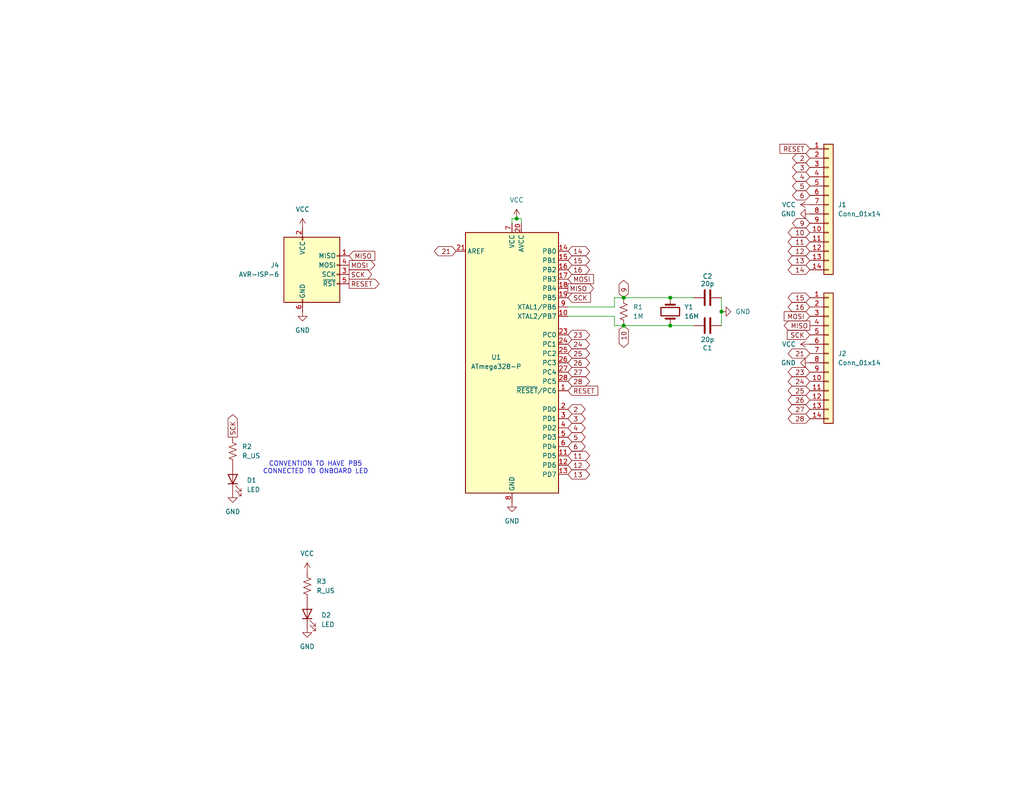
<source format=kicad_sch>
(kicad_sch (version 20231120) (generator "eeschema") (generator_version "8.0")
  (paper "USLetter")
  (title_block (title "AtMega328 protoboard") (date "2024-04-02") (rev "A") (company "University of Wisconsin-Madison") (comment 1 "Department of Chemistry") (comment 2 "Blaise Thompson") (comment 3 "blaise.thompson@wisc.edu"))
  (lib_symbols
    (symbol "Connector:AVR-ISP-6" (pin_names (offset 1.016))
      (property "Reference" "J" (at -6.35 11.43 0))
      (property "Value" "AVR-ISP-6" (at 0 11.43 0))
      (symbol "AVR-ISP-6_0_1"
        (rectangle (start -2.667 -6.858) (end -2.413 -7.62))
        (rectangle (start -2.667 10.16) (end -2.413 9.398))
        (rectangle (start 7.62 -2.413) (end 6.858 -2.667))
        (rectangle (start 7.62 0.127) (end 6.858 -0.127))
        (rectangle (start 7.62 2.667) (end 6.858 2.413))
        (rectangle (start 7.62 5.207) (end 6.858 4.953))
        (rectangle (start 7.62 10.16) (end -7.62 -7.62) (stroke (width 0.254)) (fill (type background)))
      )
      (symbol "AVR-ISP-6_1_1"
        (pin passive line (at 10.16 5.08 180) (length 2.54) (name "MISO") (number "1"))
        (pin passive line (at -2.54 12.7 270) (length 2.54) (name "VCC") (number "2"))
        (pin passive line (at 10.16 0 180) (length 2.54) (name "SCK") (number "3"))
        (pin passive line (at 10.16 2.54 180) (length 2.54) (name "MOSI") (number "4"))
        (pin passive line (at 10.16 -2.54 180) (length 2.54) (name "~{RST}") (number "5"))
        (pin passive line (at -2.54 -10.16 90) (length 2.54) (name "GND") (number "6"))
      )
    )
    (symbol "Connector_Generic:Conn_01x14" (pin_names (offset 1.016) hide)
      (property "Reference" "J" (at 0 17.78 0))
      (property "Value" "Conn_01x14" (at 0 -20.32 0))
      (symbol "Conn_01x14_1_1"
        (rectangle (start -1.27 -17.653) (end 0 -17.907) (stroke (width 0.1524)))
        (rectangle (start -1.27 -15.113) (end 0 -15.367) (stroke (width 0.1524)))
        (rectangle (start -1.27 -12.573) (end 0 -12.827) (stroke (width 0.1524)))
        (rectangle (start -1.27 -10.033) (end 0 -10.287) (stroke (width 0.1524)))
        (rectangle (start -1.27 -7.493) (end 0 -7.747) (stroke (width 0.1524)))
        (rectangle (start -1.27 -4.953) (end 0 -5.207) (stroke (width 0.1524)))
        (rectangle (start -1.27 -2.413) (end 0 -2.667) (stroke (width 0.1524)))
        (rectangle (start -1.27 0.127) (end 0 -0.127) (stroke (width 0.1524)))
        (rectangle (start -1.27 2.667) (end 0 2.413) (stroke (width 0.1524)))
        (rectangle (start -1.27 5.207) (end 0 4.953) (stroke (width 0.1524)))
        (rectangle (start -1.27 7.747) (end 0 7.493) (stroke (width 0.1524)))
        (rectangle (start -1.27 10.287) (end 0 10.033) (stroke (width 0.1524)))
        (rectangle (start -1.27 12.827) (end 0 12.573) (stroke (width 0.1524)))
        (rectangle (start -1.27 15.367) (end 0 15.113) (stroke (width 0.1524)))
        (rectangle (start -1.27 16.51) (end 1.27 -19.05) (stroke (width 0.254)) (fill (type background)))
        (pin passive line (at -5.08 15.24 0) (length 3.81) (name "Pin_1") (number "1"))
        (pin passive line (at -5.08 -7.62 0) (length 3.81) (name "Pin_10") (number "10"))
        (pin passive line (at -5.08 -10.16 0) (length 3.81) (name "Pin_11") (number "11"))
        (pin passive line (at -5.08 -12.7 0) (length 3.81) (name "Pin_12") (number "12"))
        (pin passive line (at -5.08 -15.24 0) (length 3.81) (name "Pin_13") (number "13"))
        (pin passive line (at -5.08 -17.78 0) (length 3.81) (name "Pin_14") (number "14"))
        (pin passive line (at -5.08 12.7 0) (length 3.81) (name "Pin_2") (number "2"))
        (pin passive line (at -5.08 10.16 0) (length 3.81) (name "Pin_3") (number "3"))
        (pin passive line (at -5.08 7.62 0) (length 3.81) (name "Pin_4") (number "4"))
        (pin passive line (at -5.08 5.08 0) (length 3.81) (name "Pin_5") (number "5"))
        (pin passive line (at -5.08 2.54 0) (length 3.81) (name "Pin_6") (number "6"))
        (pin passive line (at -5.08 0 0) (length 3.81) (name "Pin_7") (number "7"))
        (pin passive line (at -5.08 -2.54 0) (length 3.81) (name "Pin_8") (number "8"))
        (pin passive line (at -5.08 -5.08 0) (length 3.81) (name "Pin_9") (number "9"))
      )
    )
    (symbol "Device:C" (pin_numbers hide) (pin_names (offset 0.254))
      (property "Reference" "C" (at 0.635 2.54 0))
      (property "Value" "C" (at 0.635 -2.54 0))
      (symbol "C_0_1"
        (polyline (pts (xy -2.032 -0.762) (xy 2.032 -0.762)) (stroke (width 0.508)))
        (polyline (pts (xy -2.032 0.762) (xy 2.032 0.762)) (stroke (width 0.508)))
      )
      (symbol "C_1_1"
        (pin passive line (at 0 3.81 270) (length 2.794) (name "~") (number "1"))
        (pin passive line (at 0 -3.81 90) (length 2.794) (name "~") (number "2"))
      )
    )
    (symbol "Device:Crystal" (pin_numbers hide) (pin_names (offset 1.016) hide)
      (property "Reference" "Y" (at 0 3.81 0))
      (property "Value" "Crystal" (at 0 -3.81 0))
      (symbol "Crystal_0_1"
        (rectangle (start -1.143 2.54) (end 1.143 -2.54) (stroke (width 0.3048)))
        (polyline (pts (xy -2.54 0) (xy -1.905 0)))
        (polyline (pts (xy -1.905 -1.27) (xy -1.905 1.27)) (stroke (width 0.508)))
        (polyline (pts (xy 1.905 -1.27) (xy 1.905 1.27)) (stroke (width 0.508)))
        (polyline (pts (xy 2.54 0) (xy 1.905 0)))
      )
      (symbol "Crystal_1_1"
        (pin passive line (at -3.81 0 0) (length 1.27) (name "1") (number "1"))
        (pin passive line (at 3.81 0 180) (length 1.27) (name "2") (number "2"))
      )
    )
    (symbol "Device:LED" (pin_numbers hide) (pin_names (offset 1.016) hide)
      (property "Reference" "D" (at 0 2.54 0))
      (property "Value" "LED" (at 0 -2.54 0))
      (symbol "LED_0_1"
        (polyline (pts (xy -1.27 -1.27) (xy -1.27 1.27)) (stroke (width 0.254)))
        (polyline (pts (xy -1.27 0) (xy 1.27 0)))
        (polyline (pts (xy 1.27 -1.27) (xy 1.27 1.27) (xy -1.27 0) (xy 1.27 -1.27)) (stroke (width 0.254)))
        (polyline (pts (xy -3.048 -0.762) (xy -4.572 -2.286) (xy -3.81 -2.286) (xy -4.572 -2.286) (xy -4.572 -1.524)))
        (polyline (pts (xy -1.778 -0.762) (xy -3.302 -2.286) (xy -2.54 -2.286) (xy -3.302 -2.286) (xy -3.302 -1.524)))
      )
      (symbol "LED_1_1"
        (pin passive line (at -3.81 0 0) (length 2.54) (name "K") (number "1"))
        (pin passive line (at 3.81 0 180) (length 2.54) (name "A") (number "2"))
      )
    )
    (symbol "Device:R_US" (pin_numbers hide) (pin_names (offset 0))
      (property "Reference" "R" (at 2.54 0 90))
      (property "Value" "R_US" (at -2.54 0 90))
      (symbol "R_US_0_1"
        (polyline (pts (xy 0 -2.286) (xy 0 -2.54)))
        (polyline (pts (xy 0 2.286) (xy 0 2.54)))
        (polyline (pts (xy 0 -0.762) (xy 1.016 -1.143) (xy 0 -1.524) (xy -1.016 -1.905) (xy 0 -2.286)))
        (polyline (pts (xy 0 0.762) (xy 1.016 0.381) (xy 0 0) (xy -1.016 -0.381) (xy 0 -0.762)))
        (polyline (pts (xy 0 2.286) (xy 1.016 1.905) (xy 0 1.524) (xy -1.016 1.143) (xy 0 0.762)))
      )
      (symbol "R_US_1_1"
        (pin passive line (at 0 3.81 270) (length 1.27) (name "~") (number "1"))
        (pin passive line (at 0 -3.81 90) (length 1.27) (name "~") (number "2"))
      )
    )
    (symbol "MCU_Microchip_ATmega:ATmega328-P"
      (property "Reference" "U" (at -12.7 36.83 0))
      (property "Value" "ATmega328-P" (at 2.54 -36.83 0))
      (symbol "ATmega328-P_0_1"
        (rectangle (start -12.7 -35.56) (end 12.7 35.56) (stroke (width 0.254)) (fill (type background)))
      )
      (symbol "ATmega328-P_1_1"
        (pin bidirectional line (at 15.24 -7.62 180) (length 2.54) (name "~{RESET}/PC6") (number "1"))
        (pin bidirectional line (at 15.24 12.7 180) (length 2.54) (name "XTAL2/PB7") (number "10"))
        (pin bidirectional line (at 15.24 -25.4 180) (length 2.54) (name "PD5") (number "11"))
        (pin bidirectional line (at 15.24 -27.94 180) (length 2.54) (name "PD6") (number "12"))
        (pin bidirectional line (at 15.24 -30.48 180) (length 2.54) (name "PD7") (number "13"))
        (pin bidirectional line (at 15.24 30.48 180) (length 2.54) (name "PB0") (number "14"))
        (pin bidirectional line (at 15.24 27.94 180) (length 2.54) (name "PB1") (number "15"))
        (pin bidirectional line (at 15.24 25.4 180) (length 2.54) (name "PB2") (number "16"))
        (pin bidirectional line (at 15.24 22.86 180) (length 2.54) (name "PB3") (number "17"))
        (pin bidirectional line (at 15.24 20.32 180) (length 2.54) (name "PB4") (number "18"))
        (pin bidirectional line (at 15.24 17.78 180) (length 2.54) (name "PB5") (number "19"))
        (pin bidirectional line (at 15.24 -12.7 180) (length 2.54) (name "PD0") (number "2"))
        (pin power_in line (at 2.54 38.1 270) (length 2.54) (name "AVCC") (number "20"))
        (pin passive line (at -15.24 30.48 0) (length 2.54) (name "AREF") (number "21"))
        (pin passive line (at 0 -38.1 90) (length 2.54) hide (name "GND") (number "22"))
        (pin bidirectional line (at 15.24 7.62 180) (length 2.54) (name "PC0") (number "23"))
        (pin bidirectional line (at 15.24 5.08 180) (length 2.54) (name "PC1") (number "24"))
        (pin bidirectional line (at 15.24 2.54 180) (length 2.54) (name "PC2") (number "25"))
        (pin bidirectional line (at 15.24 0 180) (length 2.54) (name "PC3") (number "26"))
        (pin bidirectional line (at 15.24 -2.54 180) (length 2.54) (name "PC4") (number "27"))
        (pin bidirectional line (at 15.24 -5.08 180) (length 2.54) (name "PC5") (number "28"))
        (pin bidirectional line (at 15.24 -15.24 180) (length 2.54) (name "PD1") (number "3"))
        (pin bidirectional line (at 15.24 -17.78 180) (length 2.54) (name "PD2") (number "4"))
        (pin bidirectional line (at 15.24 -20.32 180) (length 2.54) (name "PD3") (number "5"))
        (pin bidirectional line (at 15.24 -22.86 180) (length 2.54) (name "PD4") (number "6"))
        (pin power_in line (at 0 38.1 270) (length 2.54) (name "VCC") (number "7"))
        (pin power_in line (at 0 -38.1 90) (length 2.54) (name "GND") (number "8"))
        (pin bidirectional line (at 15.24 15.24 180) (length 2.54) (name "XTAL1/PB6") (number "9"))
      )
    )
    (symbol "power:GND" (power) (pin_numbers hide) (pin_names (offset 0) hide)
      (property "Value" "GND" (at 0 -3.81 0))
      (symbol "GND_0_1"
        (polyline (pts (xy 0 0) (xy 0 -1.27) (xy 1.27 -1.27) (xy 0 -2.54) (xy -1.27 -1.27) (xy 0 -1.27)))
      )
      (symbol "GND_1_1"
        (pin power_in line (at 0 0 270) (length 0) (name "~") (number "1"))
      )
    )
    (symbol "power:VCC" (power) (pin_numbers hide) (pin_names (offset 0) hide)
      (property "Value" "VCC" (at 0 3.556 0))
      (symbol "VCC_0_1"
        (polyline (pts (xy -0.762 1.27) (xy 0 2.54)))
        (polyline (pts (xy 0 0) (xy 0 2.54)))
        (polyline (pts (xy 0 2.54) (xy 0.762 1.27)))
      )
      (symbol "VCC_1_1"
        (pin power_in line (at 0 0 90) (length 0) (name "~") (number "1"))
      )
    )
  )
  (junction (at 196.85 85.09))
  (junction (at 140.97 59.69))
  (junction (at 182.88 81.28))
  (junction (at 170.18 81.28))
  (junction (at 170.18 88.9))
  (junction (at 182.88 88.9))
  (wire (pts (xy 140.97 59.69) (xy 139.7 59.69)))
  (wire (pts (xy 154.94 86.36) (xy 167.64 86.36)))
  (wire (pts (xy 142.24 59.69) (xy 140.97 59.69)))
  (wire (pts (xy 167.64 81.28) (xy 170.18 81.28)))
  (wire (pts (xy 170.18 88.9) (xy 182.88 88.9)))
  (wire (pts (xy 182.88 88.9) (xy 189.23 88.9)))
  (wire (pts (xy 167.64 83.82) (xy 167.64 81.28)))
  (wire (pts (xy 182.88 81.28) (xy 189.23 81.28)))
  (wire (pts (xy 196.85 85.09) (xy 196.85 88.9)))
  (wire (pts (xy 139.7 59.69) (xy 139.7 60.96)))
  (wire (pts (xy 154.94 83.82) (xy 167.64 83.82)))
  (wire (pts (xy 170.18 81.28) (xy 182.88 81.28)))
  (wire (pts (xy 196.85 81.28) (xy 196.85 85.09)))
  (wire (pts (xy 167.64 88.9) (xy 170.18 88.9)))
  (wire (pts (xy 167.64 86.36) (xy 167.64 88.9)))
  (wire (pts (xy 142.24 60.96) (xy 142.24 59.69)))
  (text "CONVENTION TO HAVE PB5\nCONNECTED TO ONBOARD LED" (at 86.106 127.762 0) (effects (font (size 1.27 1.27))))
  (global_label "15" (shape bidirectional) (at 220.98 81.28 180) (property "Intersheetrefs" "${INTERSHEET_REFS}" (effects (hide yes))))
  (global_label "13" (shape bidirectional) (at 154.94 129.54 0) (property "Intersheetrefs" "${INTERSHEET_REFS}" (effects (hide yes))))
  (global_label "SCK" (shape input) (at 220.98 91.44 180) (property "Intersheetrefs" "${INTERSHEET_REFS}" (effects (hide yes))))
  (global_label "RESET" (shape input) (at 154.94 106.68 0) (property "Intersheetrefs" "${INTERSHEET_REFS}" (effects (hide yes))))
  (global_label "23" (shape bidirectional) (at 154.94 91.44 0) (property "Intersheetrefs" "${INTERSHEET_REFS}" (effects (hide yes))))
  (global_label "5" (shape bidirectional) (at 220.98 50.8 180) (property "Intersheetrefs" "${INTERSHEET_REFS}" (effects (hide yes))))
  (global_label "MOSI" (shape input) (at 220.98 86.36 180) (property "Intersheetrefs" "${INTERSHEET_REFS}" (effects (hide yes))))
  (global_label "24" (shape bidirectional) (at 154.94 93.98 0) (property "Intersheetrefs" "${INTERSHEET_REFS}" (effects (hide yes))))
  (global_label "12" (shape bidirectional) (at 220.98 68.58 180) (property "Intersheetrefs" "${INTERSHEET_REFS}" (effects (hide yes))))
  (global_label "2" (shape bidirectional) (at 154.94 111.76 0) (property "Intersheetrefs" "${INTERSHEET_REFS}" (effects (hide yes))))
  (global_label "MOSI" (shape input) (at 154.94 76.2 0) (property "Intersheetrefs" "${INTERSHEET_REFS}" (effects (hide yes))))
  (global_label "4" (shape bidirectional) (at 220.98 48.26 180) (property "Intersheetrefs" "${INTERSHEET_REFS}" (effects (hide yes))))
  (global_label "RESET" (shape input) (at 220.98 40.64 180) (property "Intersheetrefs" "${INTERSHEET_REFS}" (effects (hide yes))))
  (global_label "5" (shape bidirectional) (at 154.94 119.38 0) (property "Intersheetrefs" "${INTERSHEET_REFS}" (effects (hide yes))))
  (global_label "26" (shape bidirectional) (at 220.98 109.22 180) (property "Intersheetrefs" "${INTERSHEET_REFS}" (effects (hide yes))))
  (global_label "10" (shape bidirectional) (at 170.18 88.9 270) (property "Intersheetrefs" "${INTERSHEET_REFS}" (effects (hide yes))))
  (global_label "12" (shape bidirectional) (at 154.94 127 0) (property "Intersheetrefs" "${INTERSHEET_REFS}" (effects (hide yes))))
  (global_label "MOSI" (shape output) (at 95.25 72.39 0) (property "Intersheetrefs" "${INTERSHEET_REFS}" (effects (hide yes))))
  (global_label "6" (shape bidirectional) (at 220.98 53.34 180) (property "Intersheetrefs" "${INTERSHEET_REFS}" (effects (hide yes))))
  (global_label "11" (shape bidirectional) (at 154.94 124.46 0) (property "Intersheetrefs" "${INTERSHEET_REFS}" (effects (hide yes))))
  (global_label "11" (shape bidirectional) (at 220.98 66.04 180) (property "Intersheetrefs" "${INTERSHEET_REFS}" (effects (hide yes))))
  (global_label "MISO" (shape input) (at 95.25 69.85 0) (property "Intersheetrefs" "${INTERSHEET_REFS}" (effects (hide yes))))
  (global_label "26" (shape bidirectional) (at 154.94 99.06 0) (property "Intersheetrefs" "${INTERSHEET_REFS}" (effects (hide yes))))
  (global_label "27" (shape bidirectional) (at 220.98 111.76 180) (property "Intersheetrefs" "${INTERSHEET_REFS}" (effects (hide yes))))
  (global_label "28" (shape bidirectional) (at 154.94 104.14 0) (property "Intersheetrefs" "${INTERSHEET_REFS}" (effects (hide yes))))
  (global_label "16" (shape bidirectional) (at 154.94 73.66 0) (property "Intersheetrefs" "${INTERSHEET_REFS}" (effects (hide yes))))
  (global_label "3" (shape bidirectional) (at 154.94 114.3 0) (property "Intersheetrefs" "${INTERSHEET_REFS}" (effects (hide yes))))
  (global_label "9" (shape bidirectional) (at 170.18 81.28 90) (property "Intersheetrefs" "${INTERSHEET_REFS}" (effects (hide yes))))
  (global_label "2" (shape bidirectional) (at 220.98 43.18 180) (property "Intersheetrefs" "${INTERSHEET_REFS}" (effects (hide yes))))
  (global_label "16" (shape bidirectional) (at 220.98 83.82 180) (property "Intersheetrefs" "${INTERSHEET_REFS}" (effects (hide yes))))
  (global_label "3" (shape bidirectional) (at 220.98 45.72 180) (property "Intersheetrefs" "${INTERSHEET_REFS}" (effects (hide yes))))
  (global_label "13" (shape bidirectional) (at 220.98 71.12 180) (property "Intersheetrefs" "${INTERSHEET_REFS}" (effects (hide yes))))
  (global_label "28" (shape bidirectional) (at 220.98 114.3 180) (property "Intersheetrefs" "${INTERSHEET_REFS}" (effects (hide yes))))
  (global_label "27" (shape bidirectional) (at 154.94 101.6 0) (property "Intersheetrefs" "${INTERSHEET_REFS}" (effects (hide yes))))
  (global_label "MISO" (shape output) (at 154.94 78.74 0) (property "Intersheetrefs" "${INTERSHEET_REFS}" (effects (hide yes))))
  (global_label "6" (shape bidirectional) (at 154.94 121.92 0) (property "Intersheetrefs" "${INTERSHEET_REFS}" (effects (hide yes))))
  (global_label "21" (shape bidirectional) (at 124.46 68.58 180) (property "Intersheetrefs" "${INTERSHEET_REFS}" (effects (hide yes))))
  (global_label "25" (shape bidirectional) (at 154.94 96.52 0) (property "Intersheetrefs" "${INTERSHEET_REFS}" (effects (hide yes))))
  (global_label "14" (shape bidirectional) (at 220.98 73.66 180) (property "Intersheetrefs" "${INTERSHEET_REFS}" (effects (hide yes))))
  (global_label "4" (shape bidirectional) (at 154.94 116.84 0) (property "Intersheetrefs" "${INTERSHEET_REFS}" (effects (hide yes))))
  (global_label "SCK" (shape output) (at 63.5 119.38 90) (property "Intersheetrefs" "${INTERSHEET_REFS}" (effects (hide yes))))
  (global_label "MISO" (shape output) (at 220.98 88.9 180) (property "Intersheetrefs" "${INTERSHEET_REFS}" (effects (hide yes))))
  (global_label "24" (shape bidirectional) (at 220.98 104.14 180) (property "Intersheetrefs" "${INTERSHEET_REFS}" (effects (hide yes))))
  (global_label "SCK" (shape input) (at 154.94 81.28 0) (property "Intersheetrefs" "${INTERSHEET_REFS}" (effects (hide yes))))
  (global_label "23" (shape bidirectional) (at 220.98 101.6 180) (property "Intersheetrefs" "${INTERSHEET_REFS}" (effects (hide yes))))
  (global_label "15" (shape bidirectional) (at 154.94 71.12 0) (property "Intersheetrefs" "${INTERSHEET_REFS}" (effects (hide yes))))
  (global_label "10" (shape bidirectional) (at 220.98 63.5 180) (property "Intersheetrefs" "${INTERSHEET_REFS}" (effects (hide yes))))
  (global_label "9" (shape bidirectional) (at 220.98 60.96 180) (property "Intersheetrefs" "${INTERSHEET_REFS}" (effects (hide yes))))
  (global_label "RESET" (shape output) (at 95.25 77.47 0) (property "Intersheetrefs" "${INTERSHEET_REFS}" (effects (hide yes))))
  (global_label "21" (shape bidirectional) (at 220.98 96.52 180) (property "Intersheetrefs" "${INTERSHEET_REFS}" (effects (hide yes))))
  (global_label "25" (shape bidirectional) (at 220.98 106.68 180) (property "Intersheetrefs" "${INTERSHEET_REFS}" (effects (hide yes))))
  (global_label "SCK" (shape output) (at 95.25 74.93 0) (property "Intersheetrefs" "${INTERSHEET_REFS}" (effects (hide yes))))
  (global_label "14" (shape bidirectional) (at 154.94 68.58 0) (property "Intersheetrefs" "${INTERSHEET_REFS}" (effects (hide yes))))
  (symbol (lib_id "Connector:AVR-ISP-6") (at 85.09 74.93 0) (unit 1)
    (property "Reference" "J4" (at 76.2 72.3899 0) (effects (justify right)))
    (property "Value" "AVR-ISP-6" (at 76.2 74.9299 0) (effects (justify right)))
    (property "Footprint" "Connector_PinHeader_2.54mm:PinHeader_2x03_P2.54mm_Vertical" (effects (hide yes)))
    (property "Datasheet" " ~" (effects (hide yes)))
    (property "Description" "Atmel 6-pin ISP connector" (effects (hide yes)))
  )
  (symbol (lib_id "power:VCC") (at 220.98 93.98 90) (unit 1)
    (property "Reference" "#PWR04" (effects (hide yes)))
    (property "Value" "VCC" (at 217.17 93.9799 90) (effects (justify left)))
    (property "Description" "Power symbol creates a global label with name \"VCC\"" (effects (hide yes)))
  )
  (symbol (lib_id "power:GND") (at 63.5 134.62 0) (unit 1)
    (property "Reference" "#PWR01" (effects (hide yes)))
    (property "Value" "GND" (at 63.5 139.7 0))
    (property "Description" "Power symbol creates a global label with name \"GND\" , ground" (effects (hide yes)))
  )
  (symbol (lib_id "Connector_Generic:Conn_01x14") (at 226.06 55.88 0) (unit 1)
    (property "Reference" "J1" (at 228.6 55.8799 0) (effects (justify left)))
    (property "Value" "Conn_01x14" (at 228.6 58.4199 0) (effects (justify left)))
    (property "Footprint" "Connector_PinHeader_2.54mm:PinHeader_1x14_P2.54mm_Vertical" (effects (hide yes)))
    (property "Description" "Generic connector, single row, 01x14, script generated (kicad-library-utils/schlib/autogen/connector/)" (effects (hide yes)))
  )
  (symbol (lib_id "Device:C") (at 193.04 81.28 90) (unit 1)
    (property "Reference" "C2" (at 193.04 75.438 90))
    (property "Value" "20p" (at 193.04 77.47 90))
    (property "Footprint" "Capacitor_SMD:C_1206_3216Metric_Pad1.33x1.80mm_HandSolder" (effects (hide yes)))
    (property "Description" "Unpolarized capacitor" (effects (hide yes)))
  )
  (symbol (lib_id "Device:C") (at 193.04 88.9 270) (mirror x) (unit 1)
    (property "Reference" "C1" (at 193.04 94.996 90))
    (property "Value" "20p" (at 193.04 92.71 90))
    (property "Footprint" "Capacitor_SMD:C_1206_3216Metric_Pad1.33x1.80mm_HandSolder" (effects (hide yes)))
    (property "Description" "Unpolarized capacitor" (effects (hide yes)))
  )
  (symbol (lib_id "Device:R_US") (at 63.5 123.19 0) (unit 1)
    (property "Reference" "R2" (at 66.04 121.9199 0) (effects (justify left)))
    (property "Value" "R_US" (at 66.04 124.4599 0) (effects (justify left)))
    (property "Footprint" "Resistor_SMD:R_1206_3216Metric_Pad1.30x1.75mm_HandSolder" (effects (hide yes)))
    (property "Description" "Resistor, US symbol" (effects (hide yes)))
  )
  (symbol (lib_id "Device:R_US") (at 170.18 85.09 0) (unit 1)
    (property "Reference" "R1" (at 172.72 83.8199 0) (effects (justify left)))
    (property "Value" "1M" (at 172.72 86.3599 0) (effects (justify left)))
    (property "Footprint" "Resistor_SMD:R_1206_3216Metric" (effects (hide yes)))
    (property "Description" "Resistor, US symbol" (effects (hide yes)))
  )
  (symbol (lib_id "power:GND") (at 83.82 171.45 0) (unit 1)
    (property "Reference" "#PWR06" (effects (hide yes)))
    (property "Value" "GND" (at 83.82 176.53 0))
    (property "Description" "Power symbol creates a global label with name \"GND\" , ground" (effects (hide yes)))
  )
  (symbol (lib_id "MCU_Microchip_ATmega:ATmega328-P") (at 139.7 99.06 0) (unit 1)
    (property "Reference" "U1" (at 135.382 97.536 0))
    (property "Value" "ATmega328-P" (at 135.382 100.076 0))
    (property "Footprint" "Package_DIP:DIP-28_W7.62mm" (effects (hide yes)))
    (property "Datasheet" "http://ww1.microchip.com/downloads/en/DeviceDoc/ATmega328_P%20AVR%20MCU%20with%20picoPower%20Technology%20Data%20Sheet%2040001984A.pdf" (effects (hide yes)))
    (property "Description" "20MHz, 32kB Flash, 2kB SRAM, 1kB EEPROM, DIP-28" (effects (hide yes)))
  )
  (symbol (lib_id "Device:LED") (at 63.5 130.81 90) (unit 1)
    (property "Reference" "D1" (at 67.31 131.1274 90) (effects (justify right)))
    (property "Value" "LED" (at 67.31 133.6674 90) (effects (justify right)))
    (property "Footprint" "LED_SMD:LED_1206_3216Metric_Pad1.42x1.75mm_HandSolder" (effects (hide yes)))
    (property "Description" "Light emitting diode" (effects (hide yes)))
  )
  (symbol (lib_id "power:GND") (at 82.55 85.09 0) (unit 1)
    (property "Reference" "#PWR049" (effects (hide yes)))
    (property "Value" "GND" (at 82.55 90.17 0))
    (property "Description" "Power symbol creates a global label with name \"GND\" , ground" (effects (hide yes)))
  )
  (symbol (lib_id "power:GND") (at 220.98 58.42 270) (unit 1)
    (property "Reference" "#PWR03" (effects (hide yes)))
    (property "Value" "GND" (at 217.17 58.4199 90) (effects (justify right)))
    (property "Description" "Power symbol creates a global label with name \"GND\" , ground" (effects (hide yes)))
  )
  (symbol (lib_id "power:VCC") (at 83.82 156.21 0) (unit 1)
    (property "Reference" "#PWR08" (effects (hide yes)))
    (property "Value" "VCC" (at 83.82 151.13 0))
    (property "Description" "Power symbol creates a global label with name \"VCC\"" (effects (hide yes)))
  )
  (symbol (lib_id "Device:LED") (at 83.82 167.64 90) (unit 1)
    (property "Reference" "D2" (at 87.63 167.9574 90) (effects (justify right)))
    (property "Value" "LED" (at 87.63 170.4974 90) (effects (justify right)))
    (property "Footprint" "LED_SMD:LED_1206_3216Metric_Pad1.42x1.75mm_HandSolder" (effects (hide yes)))
    (property "Description" "Light emitting diode" (effects (hide yes)))
  )
  (symbol (lib_id "power:VCC") (at 220.98 55.88 90) (unit 1)
    (property "Reference" "#PWR02" (effects (hide yes)))
    (property "Value" "VCC" (at 217.17 55.8799 90) (effects (justify left)))
    (property "Description" "Power symbol creates a global label with name \"VCC\"" (effects (hide yes)))
  )
  (symbol (lib_id "power:GND") (at 220.98 99.06 270) (unit 1)
    (property "Reference" "#PWR05" (effects (hide yes)))
    (property "Value" "GND" (at 217.17 99.0599 90) (effects (justify right)))
    (property "Description" "Power symbol creates a global label with name \"GND\" , ground" (effects (hide yes)))
  )
  (symbol (lib_id "power:GND") (at 139.7 137.16 0) (unit 1)
    (property "Reference" "#PWR027" (effects (hide yes)))
    (property "Value" "GND" (at 139.7 142.24 0))
    (property "Description" "Power symbol creates a global label with name \"GND\" , ground" (effects (hide yes)))
  )
  (symbol (lib_id "power:VCC") (at 82.55 62.23 0) (unit 1)
    (property "Reference" "#PWR048" (effects (hide yes)))
    (property "Value" "VCC" (at 82.55 57.15 0))
    (property "Description" "Power symbol creates a global label with name \"VCC\"" (effects (hide yes)))
  )
  (symbol (lib_id "Device:R_US") (at 83.82 160.02 0) (unit 1)
    (property "Reference" "R3" (at 86.36 158.7499 0) (effects (justify left)))
    (property "Value" "R_US" (at 86.36 161.2899 0) (effects (justify left)))
    (property "Footprint" "Resistor_SMD:R_1206_3216Metric_Pad1.30x1.75mm_HandSolder" (effects (hide yes)))
    (property "Description" "Resistor, US symbol" (effects (hide yes)))
  )
  (symbol (lib_id "Connector_Generic:Conn_01x14") (at 226.06 96.52 0) (unit 1)
    (property "Reference" "J2" (at 228.6 96.5199 0) (effects (justify left)))
    (property "Value" "Conn_01x14" (at 228.6 99.0599 0) (effects (justify left)))
    (property "Footprint" "Connector_PinHeader_2.54mm:PinHeader_1x14_P2.54mm_Vertical" (effects (hide yes)))
    (property "Description" "Generic connector, single row, 01x14, script generated (kicad-library-utils/schlib/autogen/connector/)" (effects (hide yes)))
  )
  (symbol (lib_id "power:GND") (at 196.85 85.09 90) (unit 1)
    (property "Reference" "#PWR07" (effects (hide yes)))
    (property "Value" "GND" (at 200.66 85.0899 90) (effects (justify right)))
    (property "Description" "Power symbol creates a global label with name \"GND\" , ground" (effects (hide yes)))
  )
  (symbol (lib_id "Device:Crystal") (at 182.88 85.09 90) (unit 1)
    (property "Reference" "Y1" (at 186.69 83.8199 90) (effects (justify right)))
    (property "Value" "16M" (at 186.69 86.3599 90) (effects (justify right)))
    (property "Footprint" "Crystal:Crystal_HC49-U_Vertical" (effects (hide yes)))
    (property "Description" "Two pin crystal" (effects (hide yes)))
  )
  (symbol (lib_id "power:VCC") (at 140.97 59.69 0) (unit 1)
    (property "Reference" "#PWR026" (effects (hide yes)))
    (property "Value" "VCC" (at 140.97 54.61 0))
    (property "Description" "Power symbol creates a global label with name \"VCC\"" (effects (hide yes)))
  )
)
</source>
